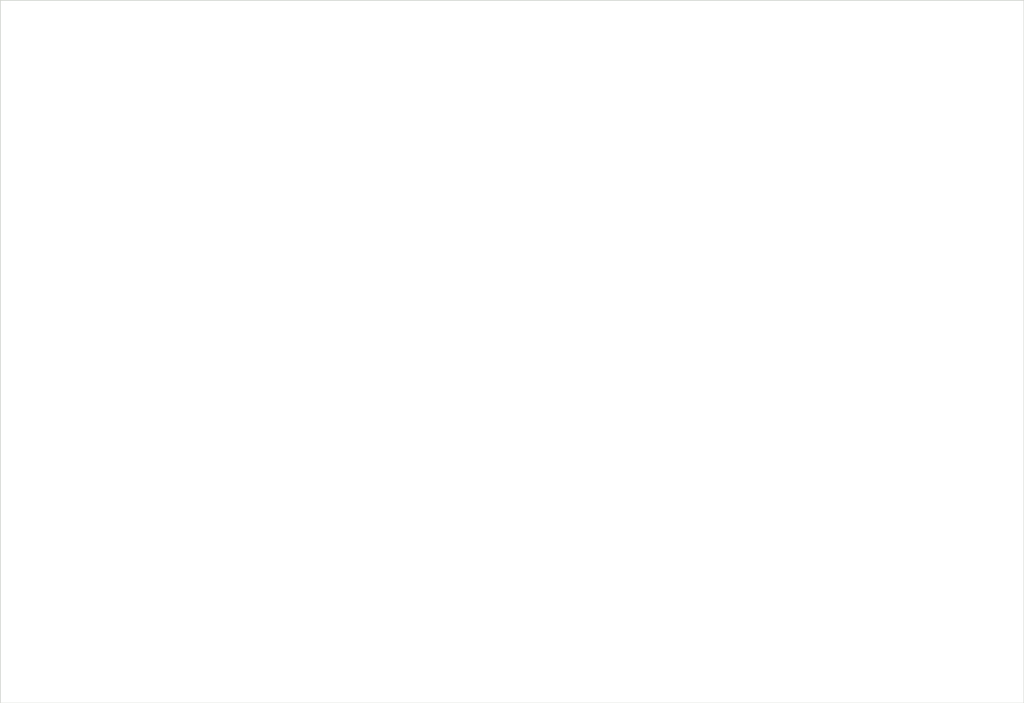
<source format=kicad_pcb>
(kicad_pcb
	(version 20241229)
	(generator "pcbnew")
	(generator_version "9.0")
	(general
		(thickness 1.6)
		(legacy_teardrops no)
	)
	(paper "A4")
	(layers
		(0 "F.Cu" signal)
		(2 "B.Cu" signal)
		(9 "F.Adhes" user "F.Adhesive")
		(11 "B.Adhes" user "B.Adhesive")
		(13 "F.Paste" user)
		(15 "B.Paste" user)
		(5 "F.SilkS" user "F.Silkscreen")
		(7 "B.SilkS" user "B.Silkscreen")
		(1 "F.Mask" user)
		(3 "B.Mask" user)
		(17 "Dwgs.User" user "User.Drawings")
		(19 "Cmts.User" user "User.Comments")
		(21 "Eco1.User" user "User.Eco1")
		(23 "Eco2.User" user "User.Eco2")
		(25 "Edge.Cuts" user)
		(27 "Margin" user)
		(31 "F.CrtYd" user "F.Courtyard")
		(29 "B.CrtYd" user "B.Courtyard")
		(35 "F.Fab" user)
		(33 "B.Fab" user)
		(39 "User.1" user)
		(41 "User.2" user)
		(43 "User.3" user)
		(45 "User.4" user)
	)
	(setup
		(pad_to_mask_clearance 0)
		(allow_soldermask_bridges_in_footprints no)
		(tenting front back)
		(pcbplotparams
			(layerselection 0x00000000_00000000_55555555_5755f5ff)
			(plot_on_all_layers_selection 0x00000000_00000000_00000000_00000000)
			(disableapertmacros no)
			(usegerberextensions no)
			(usegerberattributes yes)
			(usegerberadvancedattributes yes)
			(creategerberjobfile yes)
			(dashed_line_dash_ratio 12.000000)
			(dashed_line_gap_ratio 3.000000)
			(svgprecision 4)
			(plotframeref no)
			(mode 1)
			(useauxorigin no)
			(hpglpennumber 1)
			(hpglpenspeed 20)
			(hpglpendiameter 15.000000)
			(pdf_front_fp_property_popups yes)
			(pdf_back_fp_property_popups yes)
			(pdf_metadata yes)
			(pdf_single_document no)
			(dxfpolygonmode yes)
			(dxfimperialunits yes)
			(dxfusepcbnewfont yes)
			(psnegative no)
			(psa4output no)
			(plot_black_and_white yes)
			(sketchpadsonfab no)
			(plotpadnumbers no)
			(hidednponfab no)
			(sketchdnponfab yes)
			(crossoutdnponfab yes)
			(subtractmaskfromsilk no)
			(outputformat 1)
			(mirror no)
			(drillshape 1)
			(scaleselection 1)
			(outputdirectory "")
		)
	)
	(net 0 "")
	(gr_line
		(start 100 126)
		(end 167 126)
		(stroke
			(width 0.05)
			(type solid)
		)
		(layer "Edge.Cuts")
		(uuid "3107efb0-d4af-4b85-9cfe-615e58d513a2")
	)
	(gr_line
		(start 100 80)
		(end 167 80)
		(stroke
			(width 0.05)
			(type solid)
		)
		(layer "Edge.Cuts")
		(uuid "3ee6ef47-a792-450a-bb6b-11a1a930f451")
	)
	(gr_line
		(start 100 80)
		(end 100 126)
		(stroke
			(width 0.05)
			(type solid)
		)
		(layer "Edge.Cuts")
		(uuid "bcd62d48-d58c-45ad-8c67-77ca87f40e54")
	)
	(gr_line
		(start 167 126)
		(end 167 80)
		(stroke
			(width 0.05)
			(type default)
		)
		(layer "Edge.Cuts")
		(uuid "dc962b45-fc1e-4d9c-a6d7-a6f350e5ef7a")
	)
	(embedded_fonts no)
)

</source>
